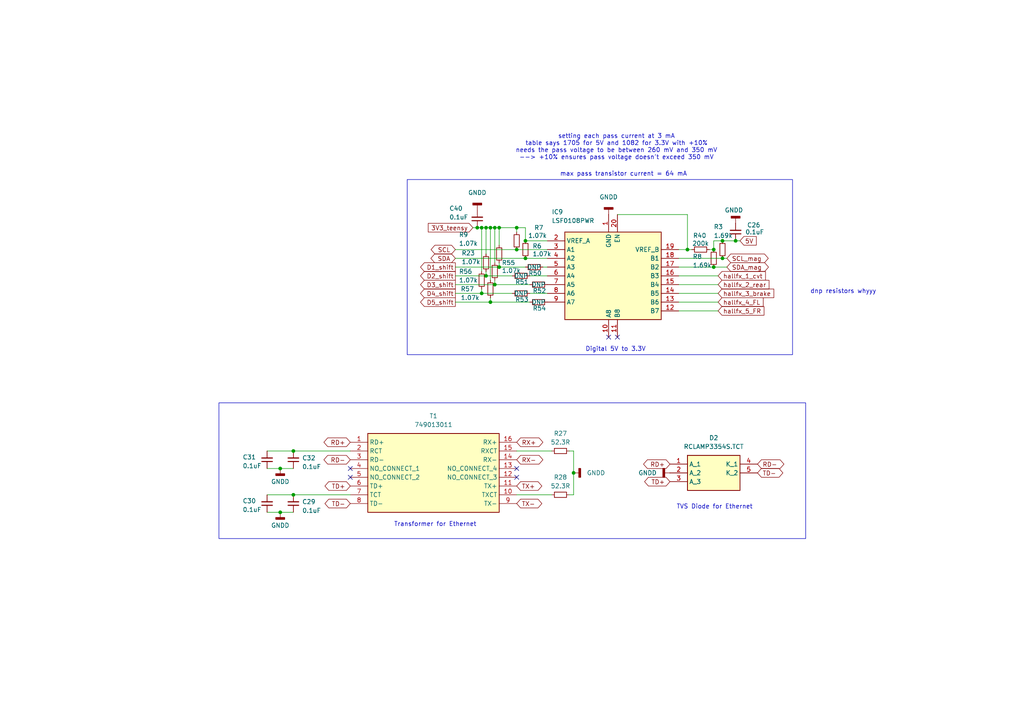
<source format=kicad_sch>
(kicad_sch (version 20250114) (generator "eeschema") (generator_version "9.0")
  (paper "A4")
  (lib_symbols
    (symbol "22XT_Main:749013011"
      (property "Reference" "T" (at 44.45 7.62 0))
      (property "Value" "749013011" (at 44.45 5.08 0))
      (symbol "749013011_1_1"
        (rectangle (start 5.08 2.54) (end 43.18 -20.32) (stroke (width 0.254)) (fill (type background)))
        (pin passive line (at 0 0 0) (length 5.08) (name "RD+") (number "1"))
        (pin passive line (at 0 -2.54 0) (length 5.08) (name "RCT") (number "2"))
        (pin passive line (at 0 -5.08 0) (length 5.08) (name "RD-") (number "3"))
        (pin passive line (at 0 -7.62 0) (length 5.08) (name "NO_CONNECT_1") (number "4"))
        (pin passive line (at 0 -10.16 0) (length 5.08) (name "NO_CONNECT_2") (number "5"))
        (pin passive line (at 0 -12.7 0) (length 5.08) (name "TD+") (number "6"))
        (pin passive line (at 0 -15.24 0) (length 5.08) (name "TCT") (number "7"))
        (pin passive line (at 0 -17.78 0) (length 5.08) (name "TD-") (number "8"))
        (pin passive line (at 48.26 0 180) (length 5.08) (name "RX+") (number "16"))
        (pin passive line (at 48.26 -2.54 180) (length 5.08) (name "RXCT") (number "15"))
        (pin passive line (at 48.26 -5.08 180) (length 5.08) (name "RX-") (number "14"))
        (pin passive line (at 48.26 -7.62 180) (length 5.08) (name "NO_CONNECT_4") (number "13"))
        (pin passive line (at 48.26 -10.16 180) (length 5.08) (name "NO_CONNECT_3") (number "12"))
        (pin passive line (at 48.26 -12.7 180) (length 5.08) (name "TX+") (number "11"))
        (pin passive line (at 48.26 -15.24 180) (length 5.08) (name "TXCT") (number "10"))
        (pin passive line (at 48.26 -17.78 180) (length 5.08) (name "TX-") (number "9"))
      )
    )
    (symbol "22XT_Main:LSF0108RKSR"
      (property "Reference" "IC" (at 31.75 17.78 0))
      (property "Value" "LSF0108RKSR" (at 31.75 15.24 0))
      (symbol "LSF0108RKSR_1_1"
        (rectangle (start 5.08 12.7) (end 30.48 -15.24) (stroke (width 0.254)) (fill (type background)))
        (pin input line (at 0 0 0) (length 5.08) (name "EN") (number "20"))
        (pin power_in line (at 0 -2.54 0) (length 5.08) (name "GND") (number "1"))
        (pin power_in line (at 7.62 -20.32 90) (length 5.08) (name "VREF_A") (number "2"))
        (pin power_in line (at 10.16 17.78 270) (length 5.08) (name "VREF_B") (number "19"))
        (pin passive line (at 10.16 -20.32 90) (length 5.08) (name "A1") (number "3"))
        (pin passive line (at 12.7 17.78 270) (length 5.08) (name "B1") (number "18"))
        (pin passive line (at 12.7 -20.32 90) (length 5.08) (name "A2") (number "4"))
        (pin passive line (at 15.24 17.78 270) (length 5.08) (name "B2") (number "17"))
        (pin passive line (at 15.24 -20.32 90) (length 5.08) (name "A3") (number "5"))
        (pin passive line (at 17.78 17.78 270) (length 5.08) (name "B3") (number "16"))
        (pin passive line (at 17.78 -20.32 90) (length 5.08) (name "A4") (number "6"))
        (pin passive line (at 20.32 17.78 270) (length 5.08) (name "B4") (number "15"))
        (pin passive line (at 20.32 -20.32 90) (length 5.08) (name "A5") (number "7"))
        (pin passive line (at 22.86 17.78 270) (length 5.08) (name "B5") (number "14"))
        (pin passive line (at 22.86 -20.32 90) (length 5.08) (name "A6") (number "8"))
        (pin passive line (at 25.4 17.78 270) (length 5.08) (name "B6") (number "13"))
        (pin passive line (at 25.4 -20.32 90) (length 5.08) (name "A7") (number "9"))
        (pin passive line (at 27.94 17.78 270) (length 5.08) (name "B7") (number "12"))
        (pin passive line (at 35.56 0 180) (length 5.08) (name "B8") (number "11"))
        (pin passive line (at 35.56 -2.54 180) (length 5.08) (name "A8") (number "10"))
      )
    )
    (symbol "22XT_Main:RCLAMP3354S.TCT"
      (property "Reference" "D" (at 21.59 7.62 0))
      (property "Value" "RCLAMP3354S.TCT" (at 21.59 5.08 0))
      (symbol "RCLAMP3354S.TCT_1_1"
        (rectangle (start 5.08 2.54) (end 20.32 -7.62) (stroke (width 0.254)) (fill (type background)))
        (pin passive line (at 0 0 0) (length 5.08) (name "A_1") (number "1"))
        (pin passive line (at 0 -2.54 0) (length 5.08) (name "A_2") (number "2"))
        (pin passive line (at 0 -5.08 0) (length 5.08) (name "A_3") (number "3"))
        (pin passive line (at 25.4 0 180) (length 5.08) (name "K_1") (number "4"))
        (pin passive line (at 25.4 -2.54 180) (length 5.08) (name "K_2") (number "5"))
      )
    )
    (symbol "Device:C_Small" (pin_numbers (hide yes)) (pin_names (offset 0.254) (hide yes))
      (property "Reference" "C" (at 0.254 1.778 0))
      (property "Value" "C_Small" (at 0.254 -2.032 0))
      (symbol "C_Small_0_1"
        (polyline (pts (xy -1.524 0.508) (xy 1.524 0.508)) (stroke (width 0.3048)))
        (polyline (pts (xy -1.524 -0.508) (xy 1.524 -0.508)) (stroke (width 0.3302)))
      )
      (symbol "C_Small_1_1"
        (pin passive line (at 0 2.54 270) (length 2.032) (name "~") (number "1"))
        (pin passive line (at 0 -2.54 90) (length 2.032) (name "~") (number "2"))
      )
    )
    (symbol "Device:R_Small" (pin_numbers (hide yes)) (pin_names (offset 0.254) (hide yes))
      (property "Reference" "R" (at 0.762 0.508 0))
      (property "Value" "R_Small" (at 0.762 -1.016 0))
      (symbol "R_Small_0_1"
        (rectangle (start -0.762 1.778) (end 0.762 -1.778) (stroke (width 0.2032)))
      )
      (symbol "R_Small_1_1"
        (pin passive line (at 0 2.54 270) (length 0.762) (name "~") (number "1"))
        (pin passive line (at 0 -2.54 90) (length 0.762) (name "~") (number "2"))
      )
    )
    (symbol "power:GNDD" (power) (pin_numbers (hide yes)) (pin_names (offset 0) (hide yes))
      (property "Value" "GNDD" (at 0 -3.175 0))
      (symbol "GNDD_0_1"
        (rectangle (start -1.27 -1.524) (end 1.27 -2.032) (stroke (width 0.254)) (fill (type outline)))
        (polyline (pts (xy 0 0) (xy 0 -1.524)))
      )
      (symbol "GNDD_1_1"
        (pin power_in line (at 0 0 270) (length 0) (name "~") (number "1"))
      )
    )
  )
  (rectangle (start 63.5 116.84) (end 233.68 156.21))
  (rectangle (start 118.11 52.07) (end 229.87 102.87))
  (text "Transformer for Ethernet\n" (at 126.238 152.146 0) (effects (font (size 1.27 1.27))))
  (text "max pass transistor current = 64 mA\n " (at 180.848 51.562 0) (effects (font (size 1.27 1.27))))
  (text "Digital 5V to 3.3V" (at 178.562 101.346 0) (effects (font (size 1.27 1.27))))
  (text "dnp resistors whyyy" (at 244.602 84.582 0) (effects (font (size 1.27 1.27))))
  (text "TVS Diode for Ethernet\n" (at 207.264 147.066 0) (effects (font (size 1.27 1.27))))
  (text "setting each pass current at 3 mA\ntable says 1705 for 5V and 1082 for 3.3V with +10%\nneeds the pass voltage to be between 260 mV and 350 mV\n--> +10% ensures pass voltage doesn't exceed 350 mV" (at 178.816 42.672 0) (effects (font (size 1.27 1.27))))
  (junction (at 213.36 69.85))
  (junction (at 166.37 137.16))
  (junction (at 143.51 82.55))
  (junction (at 85.09 143.51))
  (junction (at 143.51 66.04))
  (junction (at 152.4 69.85))
  (junction (at 85.09 130.81))
  (junction (at 149.86 72.39))
  (junction (at 139.7 66.04))
  (junction (at 144.78 77.47))
  (junction (at 199.39 72.39))
  (junction (at 209.55 69.85))
  (junction (at 138.43 66.04))
  (junction (at 144.78 66.04))
  (junction (at 140.97 80.01))
  (junction (at 152.4 74.93))
  (junction (at 207.01 77.47))
  (junction (at 142.24 66.04))
  (junction (at 140.97 66.04))
  (junction (at 149.86 66.04))
  (junction (at 81.28 148.59))
  (junction (at 209.55 74.93))
  (junction (at 207.01 72.39))
  (junction (at 81.28 135.89))
  (junction (at 139.7 85.09))
  (junction (at 142.24 87.63))
  (no_connect (at 179.07 97.79))
  (no_connect (at 101.6 138.43))
  (no_connect (at 149.86 138.43))
  (no_connect (at 149.86 135.89))
  (no_connect (at 176.53 97.79))
  (no_connect (at 101.6 135.89))
  (wire (pts (xy 166.37 143.51) (xy 165.1 143.51)))
  (wire (pts (xy 85.09 143.51) (xy 101.6 143.51)))
  (wire (pts (xy 160.02 130.81) (xy 149.86 130.81)))
  (wire (pts (xy 179.07 62.23) (xy 199.39 62.23)))
  (wire (pts (xy 143.51 81.28) (xy 143.51 82.55)))
  (wire (pts (xy 77.47 135.89) (xy 81.28 135.89)))
  (wire (pts (xy 207.01 69.85) (xy 209.55 69.85)))
  (wire (pts (xy 132.08 77.47) (xy 144.78 77.47)))
  (wire (pts (xy 143.51 82.55) (xy 153.67 82.55)))
  (wire (pts (xy 196.85 82.55) (xy 208.28 82.55)))
  (wire (pts (xy 142.24 66.04) (xy 143.51 66.04)))
  (wire (pts (xy 157.48 77.47) (xy 158.75 77.47)))
  (wire (pts (xy 143.51 66.04) (xy 143.51 76.2)))
  (wire (pts (xy 139.7 66.04) (xy 140.97 66.04)))
  (wire (pts (xy 140.97 66.04) (xy 140.97 73.66)))
  (wire (pts (xy 132.08 82.55) (xy 143.51 82.55)))
  (wire (pts (xy 140.97 78.74) (xy 140.97 80.01)))
  (wire (pts (xy 166.37 137.16) (xy 166.37 143.51)))
  (wire (pts (xy 142.24 66.04) (xy 142.24 81.28)))
  (wire (pts (xy 196.85 90.17) (xy 208.28 90.17)))
  (wire (pts (xy 199.39 62.23) (xy 199.39 72.39)))
  (wire (pts (xy 77.47 143.51) (xy 85.09 143.51)))
  (wire (pts (xy 196.85 74.93) (xy 209.55 74.93)))
  (wire (pts (xy 209.55 69.85) (xy 213.36 69.85)))
  (wire (pts (xy 207.01 77.47) (xy 210.82 77.47)))
  (wire (pts (xy 196.85 85.09) (xy 208.28 85.09)))
  (wire (pts (xy 200.66 72.39) (xy 199.39 72.39)))
  (wire (pts (xy 149.86 66.04) (xy 152.4 66.04)))
  (wire (pts (xy 144.78 66.04) (xy 149.86 66.04)))
  (wire (pts (xy 196.85 72.39) (xy 199.39 72.39)))
  (wire (pts (xy 77.47 148.59) (xy 81.28 148.59)))
  (wire (pts (xy 207.01 69.85) (xy 207.01 72.39)))
  (wire (pts (xy 143.51 66.04) (xy 144.78 66.04)))
  (wire (pts (xy 77.47 130.81) (xy 85.09 130.81)))
  (wire (pts (xy 140.97 80.01) (xy 148.59 80.01)))
  (wire (pts (xy 139.7 83.82) (xy 139.7 85.09)))
  (wire (pts (xy 132.08 85.09) (xy 139.7 85.09)))
  (wire (pts (xy 137.16 66.04) (xy 138.43 66.04)))
  (wire (pts (xy 144.78 76.2) (xy 144.78 77.47)))
  (wire (pts (xy 142.24 87.63) (xy 153.67 87.63)))
  (wire (pts (xy 166.37 130.81) (xy 165.1 130.81)))
  (wire (pts (xy 196.85 80.01) (xy 208.28 80.01)))
  (wire (pts (xy 196.85 77.47) (xy 207.01 77.47)))
  (wire (pts (xy 149.86 72.39) (xy 158.75 72.39)))
  (wire (pts (xy 152.4 66.04) (xy 152.4 69.85)))
  (wire (pts (xy 196.85 87.63) (xy 208.28 87.63)))
  (wire (pts (xy 152.4 69.85) (xy 158.75 69.85)))
  (wire (pts (xy 160.02 143.51) (xy 149.86 143.51)))
  (wire (pts (xy 144.78 66.04) (xy 144.78 71.12)))
  (wire (pts (xy 140.97 66.04) (xy 142.24 66.04)))
  (wire (pts (xy 85.09 130.81) (xy 101.6 130.81)))
  (wire (pts (xy 81.28 148.59) (xy 85.09 148.59)))
  (wire (pts (xy 139.7 66.04) (xy 139.7 78.74)))
  (wire (pts (xy 144.78 77.47) (xy 152.4 77.47)))
  (wire (pts (xy 132.08 80.01) (xy 140.97 80.01)))
  (wire (pts (xy 142.24 86.36) (xy 142.24 87.63)))
  (wire (pts (xy 81.28 135.89) (xy 85.09 135.89)))
  (wire (pts (xy 213.36 69.85) (xy 214.63 69.85)))
  (wire (pts (xy 166.37 130.81) (xy 166.37 137.16)))
  (wire (pts (xy 152.4 74.93) (xy 158.75 74.93)))
  (wire (pts (xy 132.08 87.63) (xy 142.24 87.63)))
  (wire (pts (xy 153.67 85.09) (xy 158.75 85.09)))
  (wire (pts (xy 205.74 72.39) (xy 207.01 72.39)))
  (wire (pts (xy 139.7 85.09) (xy 148.59 85.09)))
  (wire (pts (xy 153.67 80.01) (xy 158.75 80.01)))
  (wire (pts (xy 149.86 66.04) (xy 149.86 67.31)))
  (wire (pts (xy 132.08 72.39) (xy 149.86 72.39)))
  (wire (pts (xy 138.43 66.04) (xy 139.7 66.04)))
  (wire (pts (xy 132.08 74.93) (xy 152.4 74.93)))
  (wire (pts (xy 209.55 74.93) (xy 210.82 74.93)))
  (global_label "SCL" (shape bidirectional) (at 132.08 72.39 180) (property "Intersheetrefs" "${INTERSHEET_REFS}" (effects (hide yes))))
  (global_label "TX+" (shape bidirectional) (at 149.86 140.97 0) (property "Intersheetrefs" "${INTERSHEET_REFS}" (effects (hide yes))))
  (global_label "RD-" (shape bidirectional) (at 101.6 133.35 180) (property "Intersheetrefs" "${INTERSHEET_REFS}" (effects (hide yes))))
  (global_label "D5_shift" (shape output) (at 132.08 87.63 180) (property "Intersheetrefs" "${INTERSHEET_REFS}" (effects (hide yes))))
  (global_label "TD+" (shape bidirectional) (at 101.6 140.97 180) (property "Intersheetrefs" "${INTERSHEET_REFS}" (effects (hide yes))))
  (global_label "SDA" (shape bidirectional) (at 132.08 74.93 180) (property "Intersheetrefs" "${INTERSHEET_REFS}" (effects (hide yes))))
  (global_label "RD+" (shape bidirectional) (at 194.31 134.62 180) (property "Intersheetrefs" "${INTERSHEET_REFS}" (effects (hide yes))))
  (global_label "TD-" (shape bidirectional) (at 101.6 146.05 180) (property "Intersheetrefs" "${INTERSHEET_REFS}" (effects (hide yes))))
  (global_label "hallfx_1_cvt" (shape input) (at 208.28 80.01 0) (property "Intersheetrefs" "${INTERSHEET_REFS}" (effects (hide yes))))
  (global_label "TD+" (shape bidirectional) (at 194.31 139.7 180) (property "Intersheetrefs" "${INTERSHEET_REFS}" (effects (hide yes))))
  (global_label "hallfx_5_FR" (shape input) (at 208.28 90.17 0) (property "Intersheetrefs" "${INTERSHEET_REFS}" (effects (hide yes))))
  (global_label "RD+" (shape bidirectional) (at 101.6 128.27 180) (property "Intersheetrefs" "${INTERSHEET_REFS}" (effects (hide yes))))
  (global_label "RD-" (shape bidirectional) (at 219.71 134.62 0) (property "Intersheetrefs" "${INTERSHEET_REFS}" (effects (hide yes))))
  (global_label "D2_shift" (shape output) (at 132.08 80.01 180) (property "Intersheetrefs" "${INTERSHEET_REFS}" (effects (hide yes))))
  (global_label "hallfx_2_rear" (shape input) (at 208.28 82.55 0) (property "Intersheetrefs" "${INTERSHEET_REFS}" (effects (hide yes))))
  (global_label "3V3_teensy" (shape input) (at 137.16 66.04 180) (property "Intersheetrefs" "${INTERSHEET_REFS}" (effects (hide yes))))
  (global_label "D1_shift" (shape output) (at 132.08 77.47 180) (property "Intersheetrefs" "${INTERSHEET_REFS}" (effects (hide yes))))
  (global_label "RX-" (shape bidirectional) (at 149.86 133.35 0) (property "Intersheetrefs" "${INTERSHEET_REFS}" (effects (hide yes))))
  (global_label "D3_shift" (shape output) (at 132.08 82.55 180) (property "Intersheetrefs" "${INTERSHEET_REFS}" (effects (hide yes))))
  (global_label "SCL_mag" (shape bidirectional) (at 210.82 74.93 0) (property "Intersheetrefs" "${INTERSHEET_REFS}" (effects (hide yes))))
  (global_label "SDA_mag" (shape bidirectional) (at 210.82 77.47 0) (property "Intersheetrefs" "${INTERSHEET_REFS}" (effects (hide yes))))
  (global_label "5V" (shape input) (at 214.63 69.85 0) (property "Intersheetrefs" "${INTERSHEET_REFS}" (effects (hide yes))))
  (global_label "D4_shift" (shape output) (at 132.08 85.09 180) (property "Intersheetrefs" "${INTERSHEET_REFS}" (effects (hide yes))))
  (global_label "RX+" (shape bidirectional) (at 149.86 128.27 0) (property "Intersheetrefs" "${INTERSHEET_REFS}" (effects (hide yes))))
  (global_label "TX-" (shape bidirectional) (at 149.86 146.05 0) (property "Intersheetrefs" "${INTERSHEET_REFS}" (effects (hide yes))))
  (global_label "TD-" (shape bidirectional) (at 219.71 137.16 0) (property "Intersheetrefs" "${INTERSHEET_REFS}" (effects (hide yes))))
  (global_label "hallfx_4_FL" (shape input) (at 208.28 87.63 0) (property "Intersheetrefs" "${INTERSHEET_REFS}" (effects (hide yes))))
  (global_label "hallfx_3_brake" (shape input) (at 208.28 85.09 0) (property "Intersheetrefs" "${INTERSHEET_REFS}" (effects (hide yes))))
  (symbol (lib_id "Device:R_Small") (at 143.51 78.74 0) (unit 1)
    (property "Reference" "R55" (at 145.542 76.2 0) (effects (justify left)))
    (property "Value" "1.07k" (at 145.542 78.486 0) (effects (justify left)))
    (property "Footprint" "Resistor_SMD:R_0402_1005Metric" (effects (hide yes)))
    (property "Description" "Resistor, small symbol" (effects (hide yes)))
  )
  (symbol (lib_id "22XT_Main:749013011") (at 101.6 128.27 0) (unit 1)
    (property "Reference" "T1" (at 125.73 120.65 0))
    (property "Value" "749013011" (at 125.73 123.19 0))
    (property "Footprint" "749013011" (effects (hide yes)))
    (property "Datasheet" "https://www.we-online.de/katalog/datasheet/749013011.pdf" (effects (hide yes)))
    (property "Description" "LAN-Transformer WE-LAN 10/100 Base Tx" (effects (hide yes)))
    (property "Height" "5.33" (effects (hide yes)))
    (property "Mouser Part Number" "710-749013011" (effects (hide yes)))
    (property "Mouser Price/Stock" "https://www.mouser.co.uk/ProductDetail/Wurth-Elektronik/749013011?qs=2sV1BwmkawRYxGj1O9AWzA%3D%3D" (effects (hide yes)))
    (property "Manufacturer_Name" "Wurth Elektronik" (effects (hide yes)))
    (property "Manufacturer_Part_Number" "749013011" (effects (hide yes)))
  )
  (symbol (lib_id "Device:R_Small") (at 207.01 74.93 0) (unit 1)
    (property "Reference" "R8" (at 200.914 74.422 0) (effects (justify left)))
    (property "Value" "1.69k" (at 200.914 76.962 0) (effects (justify left)))
    (property "Footprint" "Resistor_SMD:R_0402_1005Metric" (effects (hide yes)))
    (property "Description" "Resistor, small symbol" (effects (hide yes)))
  )
  (symbol (lib_id "Device:R_Small") (at 149.86 69.85 0) (unit 1)
    (property "Reference" "R7" (at 154.94 66.04 0) (effects (justify left)))
    (property "Value" "1.07k" (at 153.162 68.326 0) (effects (justify left)))
    (property "Footprint" "Resistor_SMD:R_0402_1005Metric" (effects (hide yes)))
    (property "Description" "Resistor, small symbol" (effects (hide yes)))
  )
  (symbol (lib_id "Device:C_Small") (at 213.36 67.31 180) (unit 1)
    (property "Reference" "C26" (at 216.662 65.278 0) (effects (justify right)))
    (property "Value" "0.1uF" (at 216.154 67.31 0) (effects (justify right)))
    (property "Footprint" "Capacitor_SMD:C_0402_1005Metric" (effects (hide yes)))
    (property "Description" "Unpolarized capacitor, small symbol" (effects (hide yes)))
  )
  (symbol (lib_id "Device:R_Small") (at 142.24 83.82 0) (unit 1)
    (property "Reference" "R57" (at 133.604 83.82 0) (effects (justify left)))
    (property "Value" "1.07k" (at 133.604 86.36 0) (effects (justify left)))
    (property "Footprint" "Resistor_SMD:R_0402_1005Metric" (effects (hide yes)))
    (property "Description" "Resistor, small symbol" (effects (hide yes)))
  )
  (symbol (lib_id "power:GNDD") (at 81.28 148.59 0) (unit 1)
    (property "Reference" "#PWR040" (effects (hide yes)))
    (property "Value" "GNDD" (at 81.28 152.4 0))
    (property "Description" "Power symbol creates a global label with name \"GNDD\" , digital ground" (effects (hide yes)))
  )
  (symbol (lib_id "power:GNDD") (at 176.53 62.23 180) (unit 1)
    (property "Reference" "#PWR063" (effects (hide yes)))
    (property "Value" "GNDD" (at 176.53 57.15 0))
    (property "Description" "Power symbol creates a global label with name \"GNDD\" , digital ground" (effects (hide yes)))
  )
  (symbol (lib_id "power:GNDD") (at 138.43 60.96 180) (unit 1)
    (property "Reference" "#PWR037" (effects (hide yes)))
    (property "Value" "GNDD" (at 138.43 55.88 0))
    (property "Description" "Power symbol creates a global label with name \"GNDD\" , digital ground" (effects (hide yes)))
  )
  (symbol (lib_id "Device:R_Small") (at 140.97 76.2 0) (unit 1)
    (property "Reference" "R23" (at 133.858 73.406 0) (effects (justify left)))
    (property "Value" "1.07k" (at 133.858 75.946 0) (effects (justify left)))
    (property "Footprint" "Resistor_SMD:R_0402_1005Metric" (effects (hide yes)))
    (property "Description" "Resistor, small symbol" (effects (hide yes)))
  )
  (symbol (lib_id "power:GNDD") (at 166.37 137.16 90) (unit 1)
    (property "Reference" "#PWR039" (effects (hide yes)))
    (property "Value" "GNDD" (at 170.18 137.1599 90) (effects (justify right)))
    (property "Description" "Power symbol creates a global label with name \"GNDD\" , digital ground" (effects (hide yes)))
  )
  (symbol (lib_id "Device:R_Small") (at 144.78 73.66 0) (unit 1)
    (property "Reference" "R9" (at 133.096 68.072 0) (effects (justify left)))
    (property "Value" "1.07k" (at 133.096 70.612 0) (effects (justify left)))
    (property "Footprint" "Resistor_SMD:R_0402_1005Metric" (effects (hide yes)))
    (property "Description" "Resistor, small symbol" (effects (hide yes)))
  )
  (symbol (lib_id "Device:R_Small") (at 151.13 80.01 270) (unit 1)
    (property "Reference" "R51" (at 151.384 81.788 90))
    (property "Value" "DNP" (at 151.13 80.01 90))
    (property "Footprint" "Resistor_SMD:R_0402_1005Metric" (effects (hide yes)))
    (property "Description" "Resistor, small symbol" (effects (hide yes)))
  )
  (symbol (lib_id "Device:C_Small") (at 77.47 133.35 180) (unit 1)
    (property "Reference" "C31" (at 70.358 132.588 0) (effects (justify right)))
    (property "Value" "0.1uF" (at 70.358 135.128 0) (effects (justify right)))
    (property "Footprint" "Capacitor_SMD:C_0402_1005Metric" (effects (hide yes)))
    (property "Description" "Unpolarized capacitor, small symbol" (effects (hide yes)))
  )
  (symbol (lib_id "power:GNDD") (at 194.31 137.16 270) (unit 1)
    (property "Reference" "#PWR057" (effects (hide yes)))
    (property "Value" "GNDD" (at 190.5 137.1599 90) (effects (justify right)))
    (property "Description" "Power symbol creates a global label with name \"GNDD\" , digital ground" (effects (hide yes)))
  )
  (symbol (lib_id "22XT_Main:LSF0108RKSR") (at 179.07 62.23 270) (unit 1)
    (property "Reference" "IC9" (at 160.02 61.468 90) (effects (justify left)))
    (property "Value" "LSF0108PWR" (at 160.02 64.008 90) (effects (justify left)))
    (property "Footprint" "QFN50P450X250X100-21N-D" (effects (hide yes)))
    (property "Datasheet" "http://www.ti.com/general/docs/lit/getliterature.tsp?genericPartNumber=LSF0108&&fileType=pdf" (effects (hide yes)))
    (property "Description" "TEXAS INSTRUMENTS - LSF0108RKSR - VOLT LEVEL TRANSLATOR, OCTAL, VQFN-20" (effects (hide yes)))
    (property "Mouser Part Number" "595-LSF0108RKSR" (effects (hide yes)))
    (property "Mouser Price/Stock" "https://www.mouser.co.uk/ProductDetail/Texas-Instruments/LSF0108RKSR?qs=MJut%252BdqOEgjUt1B5ieCOVg%3D%3D" (effects (hide yes)))
    (property "Manufacturer_Name" "Texas Instruments" (effects (hide yes)))
    (property "Manufacturer_Part_Number" "LSF0108RKSR" (effects (hide yes)))
  )
  (symbol (lib_id "Device:C_Small") (at 85.09 133.35 180) (unit 1)
    (property "Reference" "C32" (at 87.63 132.842 0) (effects (justify right)))
    (property "Value" "0.1uF" (at 87.63 135.382 0) (effects (justify right)))
    (property "Footprint" "Capacitor_SMD:C_0402_1005Metric" (effects (hide yes)))
    (property "Description" "Unpolarized capacitor, small symbol" (effects (hide yes)))
  )
  (symbol (lib_id "Device:R_Small") (at 154.94 77.47 270) (unit 1)
    (property "Reference" "R50" (at 155.194 79.248 90))
    (property "Value" "DNP" (at 154.94 77.47 90))
    (property "Footprint" "Resistor_SMD:R_0402_1005Metric" (effects (hide yes)))
    (property "Description" "Resistor, small symbol" (effects (hide yes)))
  )
  (symbol (lib_id "power:GNDD") (at 213.36 64.77 180) (unit 1)
    (property "Reference" "#PWR065" (effects (hide yes)))
    (property "Value" "GNDD" (at 212.852 60.96 0))
    (property "Description" "Power symbol creates a global label with name \"GNDD\" , digital ground" (effects (hide yes)))
  )
  (symbol (lib_id "Device:R_Small") (at 152.4 72.39 0) (unit 1)
    (property "Reference" "R6" (at 154.432 71.374 0) (effects (justify left)))
    (property "Value" "1.07k" (at 154.432 73.66 0) (effects (justify left)))
    (property "Footprint" "Resistor_SMD:R_0402_1005Metric" (effects (hide yes)))
    (property "Description" "Resistor, small symbol" (effects (hide yes)))
  )
  (symbol (lib_id "Device:R_Small") (at 203.2 72.39 270) (unit 1)
    (property "Reference" "R40" (at 202.946 68.326 90))
    (property "Value" "200k" (at 203.2 70.612 90))
    (property "Footprint" "Resistor_SMD:R_0402_1005Metric" (effects (hide yes)))
    (property "Description" "Resistor, small symbol" (effects (hide yes)))
  )
  (symbol (lib_id "Device:C_Small") (at 77.47 146.05 180) (unit 1)
    (property "Reference" "C30" (at 70.358 145.288 0) (effects (justify right)))
    (property "Value" "0.1uF" (at 70.358 147.828 0) (effects (justify right)))
    (property "Footprint" "Capacitor_SMD:C_0402_1005Metric" (effects (hide yes)))
    (property "Description" "Unpolarized capacitor, small symbol" (effects (hide yes)))
  )
  (symbol (lib_id "Device:R_Small") (at 156.21 82.55 270) (unit 1)
    (property "Reference" "R52" (at 156.464 84.328 90))
    (property "Value" "DNP" (at 156.21 82.55 90))
    (property "Footprint" "Resistor_SMD:R_0402_1005Metric" (effects (hide yes)))
    (property "Description" "Resistor, small symbol" (effects (hide yes)))
  )
  (symbol (lib_id "Device:C_Small") (at 138.43 63.5 180) (unit 1)
    (property "Reference" "C40" (at 130.302 60.452 0) (effects (justify right)))
    (property "Value" "0.1uF" (at 130.302 62.992 0) (effects (justify right)))
    (property "Footprint" "Capacitor_SMD:C_0402_1005Metric" (effects (hide yes)))
    (property "Description" "Unpolarized capacitor, small symbol" (effects (hide yes)))
  )
  (symbol (lib_id "Device:R_Small") (at 139.7 81.28 0) (unit 1)
    (property "Reference" "R56" (at 133.096 78.74 0) (effects (justify left)))
    (property "Value" "1.07k" (at 133.096 81.28 0) (effects (justify left)))
    (property "Footprint" "Resistor_SMD:R_0402_1005Metric" (effects (hide yes)))
    (property "Description" "Resistor, small symbol" (effects (hide yes)))
  )
  (symbol (lib_id "Device:R_Small") (at 151.13 85.09 270) (unit 1)
    (property "Reference" "R53" (at 151.384 86.868 90))
    (property "Value" "DNP" (at 151.13 85.09 90))
    (property "Footprint" "Resistor_SMD:R_0402_1005Metric" (effects (hide yes)))
    (property "Description" "Resistor, small symbol" (effects (hide yes)))
  )
  (symbol (lib_id "Device:R_Small") (at 162.56 143.51 270) (unit 1)
    (property "Reference" "R28" (at 162.56 138.43 90))
    (property "Value" "52.3R" (at 162.56 140.97 90))
    (property "Footprint" "Resistor_SMD:R_0402_1005Metric" (effects (hide yes)))
    (property "Description" "Resistor, small symbol" (effects (hide yes)))
  )
  (symbol (lib_id "Device:R_Small") (at 209.55 72.39 0) (unit 1)
    (property "Reference" "R3" (at 207.01 65.786 0) (effects (justify left)))
    (property "Value" "1.69k" (at 207.01 68.326 0) (effects (justify left)))
    (property "Footprint" "Resistor_SMD:R_0402_1005Metric" (effects (hide yes)))
    (property "Description" "Resistor, small symbol" (effects (hide yes)))
  )
  (symbol (lib_id "Device:C_Small") (at 85.09 146.05 180) (unit 1)
    (property "Reference" "C29" (at 87.63 145.542 0) (effects (justify right)))
    (property "Value" "0.1uF" (at 87.63 148.082 0) (effects (justify right)))
    (property "Footprint" "Capacitor_SMD:C_0402_1005Metric" (effects (hide yes)))
    (property "Description" "Unpolarized capacitor, small symbol" (effects (hide yes)))
  )
  (symbol (lib_id "Device:R_Small") (at 162.56 130.81 270) (unit 1)
    (property "Reference" "R27" (at 162.56 125.73 90))
    (property "Value" "52.3R" (at 162.56 128.27 90))
    (property "Footprint" "Resistor_SMD:R_0402_1005Metric" (effects (hide yes)))
    (property "Description" "Resistor, small symbol" (effects (hide yes)))
  )
  (symbol (lib_id "22XT_Main:RCLAMP3354S.TCT") (at 194.31 134.62 0) (unit 1)
    (property "Reference" "D2" (at 207.01 127 0))
    (property "Value" "RCLAMP3354S.TCT" (at 207.01 129.54 0))
    (property "Footprint" "SOT95P280X145-5N" (effects (hide yes)))
    (property "Datasheet" "https://semtech.my.salesforce.com/sfc/p/#E0000000JelG/a/44000000MCrm/q3IJaquvh9BkANCL4E8HYT8vxS.k3jwPHRhsWr6XNsI" (effects (hide yes)))
    (property "Description" "ESD Suppressors / TVS Diodes 3.3V 4 LINE LOW CAP" (effects (hide yes)))
    (property "Height" "1.45" (effects (hide yes)))
    (property "Mouser Part Number" "947-RCLAMP3354S.TCT" (effects (hide yes)))
    (property "Mouser Price/Stock" "https://www.mouser.co.uk/ProductDetail/Semtech/RCLAMP3354S.TCT?qs=rBWM4%252BvDhIcjyMg1J9MbMw%3D%3D" (effects (hide yes)))
    (property "Manufacturer_Name" "SEMTECH" (effects (hide yes)))
    (property "Manufacturer_Part_Number" "RCLAMP3354S.TCT" (effects (hide yes)))
  )
  (symbol (lib_id "power:GNDD") (at 81.28 135.89 0) (unit 1)
    (property "Reference" "#PWR041" (effects (hide yes)))
    (property "Value" "GNDD" (at 81.28 139.7 0))
    (property "Description" "Power symbol creates a global label with name \"GNDD\" , digital ground" (effects (hide yes)))
  )
  (symbol (lib_id "Device:R_Small") (at 156.21 87.63 270) (unit 1)
    (property "Reference" "R54" (at 156.464 89.408 90))
    (property "Value" "DNP" (at 156.21 87.63 90))
    (property "Footprint" "Resistor_SMD:R_0402_1005Metric" (effects (hide yes)))
    (property "Description" "Resistor, small symbol" (effects (hide yes)))
  )
)
</source>
